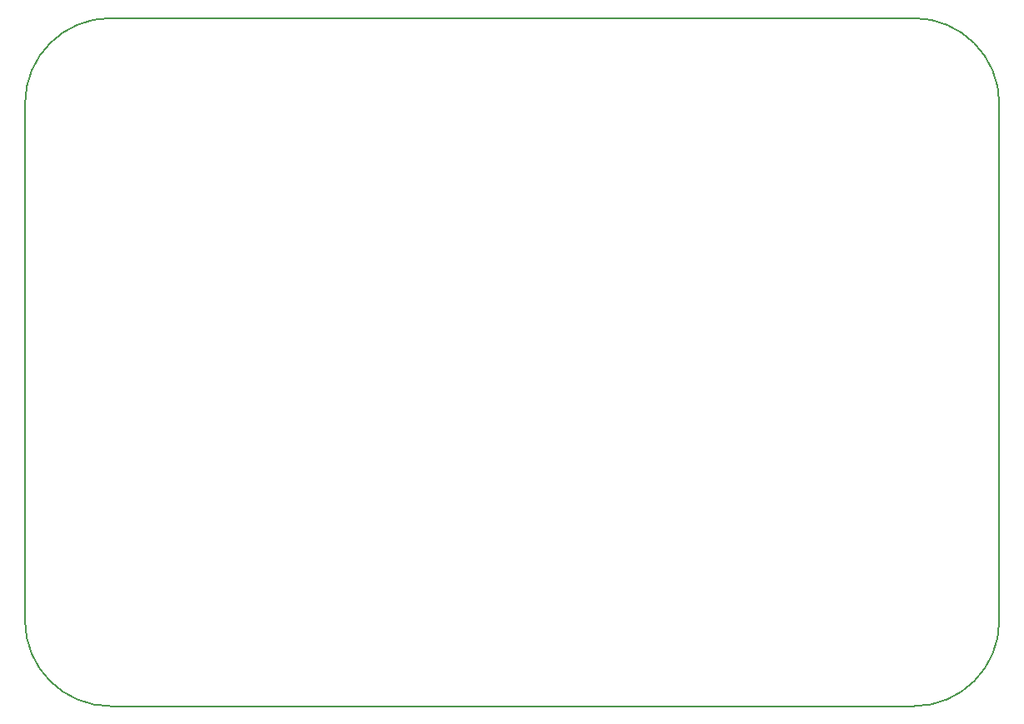
<source format=gko>
G04 Generated by Ultiboard 12.0 *
%FSLAX25Y25*%
%MOIN*%

%ADD10C,0.00001*%
%ADD11C,0.00500*%


G04 ColorRGB 00FFFF for the following layer *
%LNBoard Outline*%
%LPD*%
G54D10*
G54D11*
X0Y241385D02*
X0Y34205D01*
G75*
D01*
G03X34205Y0I34205J0*
G01*
X355559Y0D01*
G75*
D01*
G03X389764Y34205I0J34205*
G01*
X389764Y241385D01*
G74*
D01*
G03X355559Y275591I34205J1*
G01*
X34205Y275591D01*
G75*
D01*
G03X0Y241385I1J-34206*
G01*

M00*

</source>
